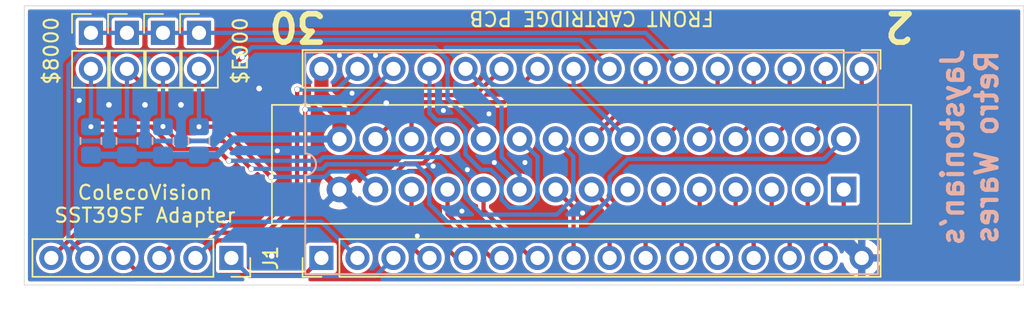
<source format=kicad_pcb>
(kicad_pcb (version 20171130) (host pcbnew "(5.1.10)-1")
  (title_block (title "Coleco SST39SF Programmer") (date 2022-11-18) (rev 1) (company "Jaystonian's Retro Wares"))
  (layers (0 F.Cu signal) (31 B.Cu signal) (34 B.Paste user) (35 F.Paste user) (36 B.SilkS user) (37 F.SilkS user) (38 B.Mask user) (39 F.Mask user) (44 Edge.Cuts user))
  (net 0 "")
  (net 1 /D3)
  (net 2 /D4)
  (net 3 /D5)
  (net 4 /A12)
  (net 5 /D6)
  (net 6 /A7)
  (net 7 /D7)
  (net 8 /A6)
  (net 9 /A5)
  (net 10 /A10)
  (net 11 /A4)
  (net 12 /A3)
  (net 13 /A11)
  (net 14 /A2)
  (net 15 /A9)
  (net 16 /A1)
  (net 17 /A8)
  (net 18 /A0)
  (net 19 /D0)
  (net 20 /D1)
  (net 21 /D2)
  (net 22 GND)
  (net 23 +5V)
  (net 24 /SA15)
  (net 25 /SA16)
  (net 26 /SA17)
  (net 27 /SA18)
  (net 28 /~POE)
  (net 29 /~RWE)
  (net 30 /A14)
  (net 31 /A13)
  (net 32 /~CE)
  (net 33 /~E80)
  (net 34 /~EA0)
  (net 35 /~EC0)
  (net 36 /~EE0)
  (module CPU2:Coleco_CartridgeConnector (layer B.Cu) (at 173.99 121.539 180)
    (fp_text reference X1 hide)
    (fp_text value ColecoVision_Card)
    (fp_line (start 40.3225 -2.413) (end 40.3225 5.969) (layer F.SilkS) (width 0.12))
    (fp_line (start -4.7625 -2.413) (end 40.3225 -2.413) (layer F.SilkS) (width 0.12))
    (fp_line (start -4.7625 5.969) (end 40.3225 5.969) (layer F.SilkS) (width 0.12))
    (fp_line (start -4.7625 -2.413) (end -4.7625 5.969) (layer F.SilkS) (width 0.12))
    (pad 29 thru_hole circle (at 35.56 0 180) (size 1.8 1.8) (drill 1) (layers *.Cu *.Mask) (net 22 GND))
    (pad 30 thru_hole circle (at 35.56 3.56 180) (size 1.8 1.8) (drill 1) (layers *.Cu *.Mask) (net 23 +5V))
    (pad 27 thru_hole circle (at 33.02 0 180) (size 1.8 1.8) (drill 1) (layers *.Cu *.Mask) (net 36 /~EE0))
    (pad 28 thru_hole circle (at 33.02 3.56 180) (size 1.8 1.8) (drill 1) (layers *.Cu *.Mask) (net 17 /A8))
    (pad 25 thru_hole circle (at 30.48 0 180) (size 1.8 1.8) (drill 1) (layers *.Cu *.Mask) (net 6 /A7))
    (pad 26 thru_hole circle (at 30.48 3.56 180) (size 1.8 1.8) (drill 1) (layers *.Cu *.Mask) (net 15 /A9))
    (pad 23 thru_hole circle (at 27.94 0 180) (size 1.8 1.8) (drill 1) (layers *.Cu *.Mask) (net 8 /A6))
    (pad 24 thru_hole circle (at 27.94 3.56 180) (size 1.8 1.8) (drill 1) (layers *.Cu *.Mask) (net 4 /A12))
    (pad 21 thru_hole circle (at 25.4 0 180) (size 1.8 1.8) (drill 1) (layers *.Cu *.Mask) (net 9 /A5))
    (pad 22 thru_hole circle (at 25.4 3.56 180) (size 1.8 1.8) (drill 1) (layers *.Cu *.Mask) (net 34 /~EA0))
    (pad 19 thru_hole circle (at 22.86 0 180) (size 1.8 1.8) (drill 1) (layers *.Cu *.Mask) (net 31 /A13))
    (pad 20 thru_hole circle (at 22.86 3.56 180) (size 1.8 1.8) (drill 1) (layers *.Cu *.Mask) (net 30 /A14))
    (pad 17 thru_hole circle (at 20.32 0 180) (size 1.8 1.8) (drill 1) (layers *.Cu *.Mask) (net 11 /A4))
    (pad 18 thru_hole circle (at 20.32 3.56 180) (size 1.8 1.8) (drill 1) (layers *.Cu *.Mask) (net 33 /~E80))
    (pad 15 thru_hole circle (at 17.78 0 180) (size 1.8 1.8) (drill 1) (layers *.Cu *.Mask) (net 12 /A3))
    (pad 16 thru_hole circle (at 17.78 3.56 180) (size 1.8 1.8) (drill 1) (layers *.Cu *.Mask) (net 10 /A10))
    (pad 13 thru_hole circle (at 15.24 0 180) (size 1.8 1.8) (drill 1) (layers *.Cu *.Mask))
    (pad 14 thru_hole circle (at 15.24 3.56 180) (size 1.8 1.8) (drill 1) (layers *.Cu *.Mask) (net 13 /A11))
    (pad 11 thru_hole circle (at 12.7 0 180) (size 1.8 1.8) (drill 1) (layers *.Cu *.Mask) (net 14 /A2))
    (pad 12 thru_hole circle (at 12.7 3.56 180) (size 1.8 1.8) (drill 1) (layers *.Cu *.Mask) (net 7 /D7))
    (pad 9 thru_hole circle (at 10.16 0 180) (size 1.8 1.8) (drill 1) (layers *.Cu *.Mask) (net 16 /A1))
    (pad 10 thru_hole circle (at 10.16 3.56 180) (size 1.8 1.8) (drill 1) (layers *.Cu *.Mask) (net 5 /D6))
    (pad 7 thru_hole circle (at 7.62 0 180) (size 1.8 1.8) (drill 1) (layers *.Cu *.Mask) (net 18 /A0))
    (pad 8 thru_hole circle (at 7.62 3.56 180) (size 1.8 1.8) (drill 1) (layers *.Cu *.Mask) (net 3 /D5))
    (pad 5 thru_hole circle (at 5.08 0 180) (size 1.8 1.8) (drill 1) (layers *.Cu *.Mask) (net 19 /D0))
    (pad 6 thru_hole circle (at 5.08 3.56 180) (size 1.8 1.8) (drill 1) (layers *.Cu *.Mask) (net 2 /D4))
    (pad 3 thru_hole circle (at 2.54 0 180) (size 1.8 1.8) (drill 1) (layers *.Cu *.Mask) (net 20 /D1))
    (pad 4 thru_hole circle (at 2.54 3.56 180) (size 1.8 1.8) (drill 1) (layers *.Cu *.Mask) (net 1 /D3))
    (pad 2 thru_hole circle (at 0 3.56 180) (size 1.8 1.8) (drill 1) (layers *.Cu *.Mask) (net 35 /~EC0))
    (pad 1 thru_hole rect (at 0 0 180) (size 1.8 1.8) (drill 1) (layers *.Cu *.Mask) (net 21 /D2))
  )
  (module Connector_PinHeader_2.54mm:PinHeader_1x16_P2.54mm_Vertical (layer F.Cu) (at 137.16 126.365 90)
    (fp_text reference J2 hide)
    (fp_text value Conn_01x16)
    (fp_line (start -1.33 39.43) (end 1.33 39.43) (layer F.SilkS) (width 0.12))
    (fp_line (start -1.33 1.27) (end -1.33 39.43) (layer F.SilkS) (width 0.12))
    (fp_line (start 1.33 1.27) (end 1.33 39.43) (layer F.SilkS) (width 0.12))
    (fp_line (start -1.33 1.27) (end 1.33 1.27) (layer F.SilkS) (width 0.12))
    (fp_line (start -1.33 0) (end -1.33 -1.33) (layer F.SilkS) (width 0.12))
    (fp_line (start -1.33 -1.33) (end 0 -1.33) (layer F.SilkS) (width 0.12))
    (pad 1 thru_hole rect (at 0 0 90) (size 1.7 1.7) (drill 1) (layers *.Cu *.Mask) (net 27 /SA18))
    (pad 2 thru_hole oval (at 0 2.54 90) (size 1.7 1.7) (drill 1) (layers *.Cu *.Mask) (net 25 /SA16))
    (pad 3 thru_hole oval (at 0 5.08 90) (size 1.7 1.7) (drill 1) (layers *.Cu *.Mask) (net 24 /SA15))
    (pad 4 thru_hole oval (at 0 7.62 90) (size 1.7 1.7) (drill 1) (layers *.Cu *.Mask) (net 4 /A12))
    (pad 5 thru_hole oval (at 0 10.16 90) (size 1.7 1.7) (drill 1) (layers *.Cu *.Mask) (net 6 /A7))
    (pad 6 thru_hole oval (at 0 12.7 90) (size 1.7 1.7) (drill 1) (layers *.Cu *.Mask) (net 8 /A6))
    (pad 7 thru_hole oval (at 0 15.24 90) (size 1.7 1.7) (drill 1) (layers *.Cu *.Mask) (net 9 /A5))
    (pad 8 thru_hole oval (at 0 17.78 90) (size 1.7 1.7) (drill 1) (layers *.Cu *.Mask) (net 11 /A4))
    (pad 9 thru_hole oval (at 0 20.32 90) (size 1.7 1.7) (drill 1) (layers *.Cu *.Mask) (net 12 /A3))
    (pad 10 thru_hole oval (at 0 22.86 90) (size 1.7 1.7) (drill 1) (layers *.Cu *.Mask) (net 14 /A2))
    (pad 11 thru_hole oval (at 0 25.4 90) (size 1.7 1.7) (drill 1) (layers *.Cu *.Mask) (net 16 /A1))
    (pad 12 thru_hole oval (at 0 27.94 90) (size 1.7 1.7) (drill 1) (layers *.Cu *.Mask) (net 18 /A0))
    (pad 13 thru_hole oval (at 0 30.48 90) (size 1.7 1.7) (drill 1) (layers *.Cu *.Mask) (net 19 /D0))
    (pad 14 thru_hole oval (at 0 33.02 90) (size 1.7 1.7) (drill 1) (layers *.Cu *.Mask) (net 20 /D1))
    (pad 15 thru_hole oval (at 0 35.56 90) (size 1.7 1.7) (drill 1) (layers *.Cu *.Mask) (net 21 /D2))
    (pad 16 thru_hole oval (at 0 38.1 90) (size 1.7 1.7) (drill 1) (layers *.Cu *.Mask) (net 22 GND))
  )
  (module Connector_PinHeader_2.54mm:PinHeader_1x16_P2.54mm_Vertical (layer F.Cu) (at 175.26 113.03 270)
    (fp_text reference J3 hide)
    (fp_text value Conn_01x16)
    (fp_line (start -1.33 -1.33) (end 0 -1.33) (layer F.SilkS) (width 0.12))
    (fp_line (start -1.33 0) (end -1.33 -1.33) (layer F.SilkS) (width 0.12))
    (fp_line (start -1.33 1.27) (end 1.33 1.27) (layer F.SilkS) (width 0.12))
    (fp_line (start 1.33 1.27) (end 1.33 39.43) (layer F.SilkS) (width 0.12))
    (fp_line (start -1.33 1.27) (end -1.33 39.43) (layer F.SilkS) (width 0.12))
    (fp_line (start -1.33 39.43) (end 1.33 39.43) (layer F.SilkS) (width 0.12))
    (pad 16 thru_hole oval (at 0 38.1 270) (size 1.7 1.7) (drill 1) (layers *.Cu *.Mask) (net 23 +5V))
    (pad 15 thru_hole oval (at 0 35.56 270) (size 1.7 1.7) (drill 1) (layers *.Cu *.Mask) (net 29 /~RWE))
    (pad 14 thru_hole oval (at 0 33.02 270) (size 1.7 1.7) (drill 1) (layers *.Cu *.Mask) (net 26 /SA17))
    (pad 13 thru_hole oval (at 0 30.48 270) (size 1.7 1.7) (drill 1) (layers *.Cu *.Mask) (net 30 /A14))
    (pad 12 thru_hole oval (at 0 27.94 270) (size 1.7 1.7) (drill 1) (layers *.Cu *.Mask) (net 31 /A13))
    (pad 11 thru_hole oval (at 0 25.4 270) (size 1.7 1.7) (drill 1) (layers *.Cu *.Mask) (net 17 /A8))
    (pad 10 thru_hole oval (at 0 22.86 270) (size 1.7 1.7) (drill 1) (layers *.Cu *.Mask) (net 15 /A9))
    (pad 9 thru_hole oval (at 0 20.32 270) (size 1.7 1.7) (drill 1) (layers *.Cu *.Mask) (net 13 /A11))
    (pad 8 thru_hole oval (at 0 17.78 270) (size 1.7 1.7) (drill 1) (layers *.Cu *.Mask) (net 28 /~POE))
    (pad 7 thru_hole oval (at 0 15.24 270) (size 1.7 1.7) (drill 1) (layers *.Cu *.Mask) (net 10 /A10))
    (pad 6 thru_hole oval (at 0 12.7 270) (size 1.7 1.7) (drill 1) (layers *.Cu *.Mask) (net 32 /~CE))
    (pad 5 thru_hole oval (at 0 10.16 270) (size 1.7 1.7) (drill 1) (layers *.Cu *.Mask) (net 7 /D7))
    (pad 4 thru_hole oval (at 0 7.62 270) (size 1.7 1.7) (drill 1) (layers *.Cu *.Mask) (net 5 /D6))
    (pad 3 thru_hole oval (at 0 5.08 270) (size 1.7 1.7) (drill 1) (layers *.Cu *.Mask) (net 3 /D5))
    (pad 2 thru_hole oval (at 0 2.54 270) (size 1.7 1.7) (drill 1) (layers *.Cu *.Mask) (net 2 /D4))
    (pad 1 thru_hole circle (at 0 0 270) (size 1.7 1.7) (drill 1) (layers *.Cu *.Mask) (net 1 /D3))
  )
  (module Connector_PinSocket_2.54mm:PinSocket_1x06_P2.54mm_Vertical (layer F.Cu) (at 130.81 126.365 270)
    (fp_text reference J1 (at 0 -2.77 90) (layer F.SilkS))
    (fp_text value ProgHeader)
    (fp_line (start 0 -1.33) (end 1.33 -1.33) (layer F.SilkS) (width 0.12))
    (fp_line (start 1.33 -1.33) (end 1.33 0) (layer F.SilkS) (width 0.12))
    (fp_line (start 1.33 1.27) (end 1.33 14.03) (layer F.SilkS) (width 0.12))
    (fp_line (start -1.33 14.03) (end 1.33 14.03) (layer F.SilkS) (width 0.12))
    (fp_line (start -1.33 1.27) (end -1.33 14.03) (layer F.SilkS) (width 0.12))
    (fp_line (start -1.33 1.27) (end 1.33 1.27) (layer F.SilkS) (width 0.12))
    (pad 1 thru_hole rect (at 0 0 270) (size 1.7 1.7) (drill 1) (layers *.Cu *.Mask) (net 24 /SA15))
    (pad 2 thru_hole oval (at 0 2.54 270) (size 1.7 1.7) (drill 1) (layers *.Cu *.Mask) (net 25 /SA16))
    (pad 3 thru_hole oval (at 0 5.08 270) (size 1.7 1.7) (drill 1) (layers *.Cu *.Mask) (net 26 /SA17))
    (pad 4 thru_hole oval (at 0 7.62 270) (size 1.7 1.7) (drill 1) (layers *.Cu *.Mask) (net 27 /SA18))
    (pad 5 thru_hole oval (at 0 10.16 270) (size 1.7 1.7) (drill 1) (layers *.Cu *.Mask) (net 28 /~POE))
    (pad 6 thru_hole oval (at 0 12.7 270) (size 1.7 1.7) (drill 1) (layers *.Cu *.Mask) (net 29 /~RWE))
  )
  (module Connector_PinHeader_2.54mm:PinHeader_1x02_P2.54mm_Vertical (layer F.Cu) (at 120.904 110.49)
    (fp_text reference J4 hide)
    (fp_text value 8000)
    (fp_line (start -1.33 -1.33) (end 0 -1.33) (layer F.SilkS) (width 0.12))
    (fp_line (start -1.33 0) (end -1.33 -1.33) (layer F.SilkS) (width 0.12))
    (fp_line (start -1.33 1.27) (end 1.33 1.27) (layer F.SilkS) (width 0.12))
    (fp_line (start 1.33 1.27) (end 1.33 3.87) (layer F.SilkS) (width 0.12))
    (fp_line (start -1.33 1.27) (end -1.33 3.87) (layer F.SilkS) (width 0.12))
    (fp_line (start -1.33 3.87) (end 1.33 3.87) (layer F.SilkS) (width 0.12))
    (pad 1 thru_hole rect (at 0 0) (size 1.7 1.7) (drill 1) (layers *.Cu *.Mask) (net 32 /~CE))
    (pad 2 thru_hole oval (at 0 2.54) (size 1.7 1.7) (drill 1) (layers *.Cu *.Mask) (net 33 /~E80))
  )
  (module Connector_PinHeader_2.54mm:PinHeader_1x02_P2.54mm_Vertical (layer F.Cu) (at 123.444 110.49)
    (fp_text reference J5 hide)
    (fp_text value A000)
    (fp_line (start -1.33 3.87) (end 1.33 3.87) (layer F.SilkS) (width 0.12))
    (fp_line (start -1.33 1.27) (end -1.33 3.87) (layer F.SilkS) (width 0.12))
    (fp_line (start 1.33 1.27) (end 1.33 3.87) (layer F.SilkS) (width 0.12))
    (fp_line (start -1.33 1.27) (end 1.33 1.27) (layer F.SilkS) (width 0.12))
    (fp_line (start -1.33 0) (end -1.33 -1.33) (layer F.SilkS) (width 0.12))
    (fp_line (start -1.33 -1.33) (end 0 -1.33) (layer F.SilkS) (width 0.12))
    (pad 2 thru_hole oval (at 0 2.54) (size 1.7 1.7) (drill 1) (layers *.Cu *.Mask) (net 34 /~EA0))
    (pad 1 thru_hole rect (at 0 0) (size 1.7 1.7) (drill 1) (layers *.Cu *.Mask) (net 32 /~CE))
  )
  (module Connector_PinHeader_2.54mm:PinHeader_1x02_P2.54mm_Vertical (layer F.Cu) (at 125.984 110.49)
    (fp_text reference J6 hide)
    (fp_text value C000)
    (fp_line (start -1.33 -1.33) (end 0 -1.33) (layer F.SilkS) (width 0.12))
    (fp_line (start -1.33 0) (end -1.33 -1.33) (layer F.SilkS) (width 0.12))
    (fp_line (start -1.33 1.27) (end 1.33 1.27) (layer F.SilkS) (width 0.12))
    (fp_line (start 1.33 1.27) (end 1.33 3.87) (layer F.SilkS) (width 0.12))
    (fp_line (start -1.33 1.27) (end -1.33 3.87) (layer F.SilkS) (width 0.12))
    (fp_line (start -1.33 3.87) (end 1.33 3.87) (layer F.SilkS) (width 0.12))
    (pad 1 thru_hole rect (at 0 0) (size 1.7 1.7) (drill 1) (layers *.Cu *.Mask) (net 32 /~CE))
    (pad 2 thru_hole oval (at 0 2.54) (size 1.7 1.7) (drill 1) (layers *.Cu *.Mask) (net 35 /~EC0))
  )
  (module Connector_PinHeader_2.54mm:PinHeader_1x02_P2.54mm_Vertical (layer F.Cu) (at 128.524 110.49)
    (fp_text reference J7 hide)
    (fp_text value E000)
    (fp_line (start -1.33 3.87) (end 1.33 3.87) (layer F.SilkS) (width 0.12))
    (fp_line (start -1.33 1.27) (end -1.33 3.87) (layer F.SilkS) (width 0.12))
    (fp_line (start 1.33 1.27) (end 1.33 3.87) (layer F.SilkS) (width 0.12))
    (fp_line (start -1.33 1.27) (end 1.33 1.27) (layer F.SilkS) (width 0.12))
    (fp_line (start -1.33 0) (end -1.33 -1.33) (layer F.SilkS) (width 0.12))
    (fp_line (start -1.33 -1.33) (end 0 -1.33) (layer F.SilkS) (width 0.12))
    (pad 2 thru_hole oval (at 0 2.54) (size 1.7 1.7) (drill 1) (layers *.Cu *.Mask) (net 36 /~EE0))
    (pad 1 thru_hole rect (at 0 0) (size 1.7 1.7) (drill 1) (layers *.Cu *.Mask) (net 32 /~CE))
  )
  (module Resistor_SMD:R_0805_2012Metric_Pad1.20x1.40mm_HandSolder (layer B.Cu) (at 120.904 118.11 90)
    (fp_text reference R1 hide)
    (fp_text value 10k)
    (fp_line (start -0.227064 -0.735) (end 0.227064 -0.735) (layer B.SilkS) (width 0.12))
    (fp_line (start -0.227064 0.735) (end 0.227064 0.735) (layer B.SilkS) (width 0.12))
    (pad 1 smd roundrect (at -1 0 90) (size 1.2 1.4) (layers B.Cu B.Paste B.Mask) (roundrect_rratio 0.208333) (net 23 +5V))
    (pad 2 smd roundrect (at 1 0 90) (size 1.2 1.4) (layers B.Cu B.Paste B.Mask) (roundrect_rratio 0.208333) (net 33 /~E80))
  )
  (module Resistor_SMD:R_0805_2012Metric_Pad1.20x1.40mm_HandSolder (layer B.Cu) (at 123.444 118.11 90)
    (fp_text reference R2 hide)
    (fp_text value 10k)
    (fp_line (start -0.227064 0.735) (end 0.227064 0.735) (layer B.SilkS) (width 0.12))
    (fp_line (start -0.227064 -0.735) (end 0.227064 -0.735) (layer B.SilkS) (width 0.12))
    (pad 2 smd roundrect (at 1 0 90) (size 1.2 1.4) (layers B.Cu B.Paste B.Mask) (roundrect_rratio 0.208333) (net 34 /~EA0))
    (pad 1 smd roundrect (at -1 0 90) (size 1.2 1.4) (layers B.Cu B.Paste B.Mask) (roundrect_rratio 0.208333) (net 23 +5V))
  )
  (module Resistor_SMD:R_0805_2012Metric_Pad1.20x1.40mm_HandSolder (layer B.Cu) (at 125.984 118.11 90)
    (fp_text reference R3 hide)
    (fp_text value 10k)
    (fp_line (start -0.227064 -0.735) (end 0.227064 -0.735) (layer B.SilkS) (width 0.12))
    (fp_line (start -0.227064 0.735) (end 0.227064 0.735) (layer B.SilkS) (width 0.12))
    (pad 1 smd roundrect (at -1 0 90) (size 1.2 1.4) (layers B.Cu B.Paste B.Mask) (roundrect_rratio 0.208333) (net 23 +5V))
    (pad 2 smd roundrect (at 1 0 90) (size 1.2 1.4) (layers B.Cu B.Paste B.Mask) (roundrect_rratio 0.208333) (net 35 /~EC0))
  )
  (module Resistor_SMD:R_0805_2012Metric_Pad1.20x1.40mm_HandSolder (layer B.Cu) (at 128.524 118.11 90)
    (fp_text reference R4 hide)
    (fp_text value 10k)
    (fp_line (start -0.227064 0.735) (end 0.227064 0.735) (layer B.SilkS) (width 0.12))
    (fp_line (start -0.227064 -0.735) (end 0.227064 -0.735) (layer B.SilkS) (width 0.12))
    (pad 2 smd roundrect (at 1 0 90) (size 1.2 1.4) (layers B.Cu B.Paste B.Mask) (roundrect_rratio 0.208333) (net 36 /~EE0))
    (pad 1 smd roundrect (at -1 0 90) (size 1.2 1.4) (layers B.Cu B.Paste B.Mask) (roundrect_rratio 0.208333) (net 23 +5V))
  )
  (gr_line (start 176.403 111.887) (end 176.403 127.508) (layer B.SilkS) (width 0.12))
  (gr_line (start 136.017 111.887) (end 176.403 111.887) (layer B.SilkS) (width 0.12))
  (gr_line (start 136.017 127.508) (end 176.403 127.508) (layer B.SilkS) (width 0.12))
  (gr_line (start 136.017 120.523) (end 136.017 127.508) (layer B.SilkS) (width 0.12))
  (gr_line (start 136.017 118.999) (end 136.017 111.887) (layer B.SilkS) (width 0.12))
  (gr_arc (start 136.017 119.761) (end 136.017 118.999) (angle 180) (layer B.SilkS) (width 0.12))
  (gr_text $E000 (at 131.445 111.76 90) (layer F.SilkS) (effects (font (size 1 1))))
  (gr_text $8000 (at 118.11 111.76 90) (layer F.SilkS) (effects (font (size 1 1))))
  (gr_text "ColecoVision\nSST39SF Adapter" (at 124.714 122.555) (layer F.SilkS) (effects (font (size 1 1))))
  (gr_text "Jaystonian's\nRetro Wares" (at 182.88 118.5545 90) (layer B.SilkS) (effects (font (size 1.5 1.5) (thickness 0.3)) (justify mirror)))
  (gr_text "FRONT CARTRIDGE PCB" (at 156.21 109.474 180) (layer F.SilkS) (effects (font (size 1 1))))
  (gr_text "2                          30" (at 156.21 110.0455 180) (layer F.SilkS) (effects (font (size 2 2) (thickness 0.4))))
  (gr_line (start 186.69 108.585) (end 186.69 111.125) (layer Edge.Cuts) (width 0.05))
  (gr_line (start 185.6105 108.585) (end 186.69 108.585) (layer Edge.Cuts) (width 0.05))
  (gr_line (start 116.205 108.585) (end 185.6105 108.585) (layer Edge.Cuts) (width 0.05))
  (gr_line (start 116.205 128.27) (end 116.205 108.585) (layer Edge.Cuts) (width 0.05))
  (gr_line (start 186.69 128.27) (end 186.69 111.125) (layer Edge.Cuts) (width 0.05))
  (gr_line (start 186.055 128.27) (end 186.69 128.27) (layer Edge.Cuts) (width 0.05))
  (gr_line (start 177.165 128.27) (end 186.055 128.27) (layer Edge.Cuts) (width 0.05))
  (gr_line (start 116.205 128.27) (end 177.165 128.27) (layer Edge.Cuts) (width 0.05))
  (gr_line (start 176.403 111.887) (end 176.403 127.508) (layer F.SilkS) (width 0.12))
  (gr_line (start 136.017 111.887) (end 176.403 111.887) (layer F.SilkS) (width 0.12))
  (gr_line (start 136.017 118.999) (end 136.017 111.887) (layer F.SilkS) (width 0.12))
  (gr_line (start 136.017 127.508) (end 176.403 127.508) (layer F.SilkS) (width 0.12))
  (gr_line (start 136.017 120.523) (end 136.017 127.508) (layer F.SilkS) (width 0.12))
  (gr_arc (start 136.017 119.761) (end 136.017 120.523) (angle -180) (layer F.SilkS) (width 0.12))
  (segment (start 175.26 114.169) (end 175.26 113.03) (width 0.3) (layer F.Cu) (net 1))
  (segment (start 171.45 117.979) (end 175.26 114.169) (width 0.3) (layer F.Cu) (net 1))
  (segment (start 168.91 117.979) (end 172.589 114.3) (width 0.3) (layer F.Cu) (net 2))
  (segment (start 172.589 113.161) (end 172.72 113.03) (width 0.3) (layer F.Cu) (net 2))
  (segment (start 172.589 114.3) (end 172.589 113.161) (width 0.3) (layer F.Cu) (net 2))
  (segment (start 170.18 114.169) (end 170.18 113.03) (width 0.3) (layer F.Cu) (net 3))
  (segment (start 166.37 117.979) (end 170.18 114.169) (width 0.3) (layer F.Cu) (net 3))
  (segment (start 144.3315 119.6975) (end 146.05 117.979) (width 0.3) (layer F.Cu) (net 4))
  (segment (start 143.0655 119.6975) (end 144.3315 119.6975) (width 0.3) (layer F.Cu) (net 4))
  (segment (start 142.24 124.2695) (end 142.24 120.523) (width 0.3) (layer F.Cu) (net 4))
  (segment (start 142.24 120.523) (end 143.0655 119.6975) (width 0.3) (layer F.Cu) (net 4))
  (segment (start 144.3355 126.365) (end 142.24 124.2695) (width 0.3) (layer F.Cu) (net 4))
  (segment (start 144.78 126.365) (end 144.3355 126.365) (width 0.3) (layer F.Cu) (net 4))
  (segment (start 167.64 114.169) (end 167.64 113.03) (width 0.3) (layer F.Cu) (net 5))
  (segment (start 163.83 117.979) (end 167.64 114.169) (width 0.3) (layer F.Cu) (net 5))
  (segment (start 143.51 123.19) (end 143.51 121.539) (width 0.3) (layer F.Cu) (net 6))
  (segment (start 146.685 126.365) (end 143.51 123.19) (width 0.3) (layer F.Cu) (net 6))
  (segment (start 147.32 126.365) (end 146.685 126.365) (width 0.3) (layer F.Cu) (net 6))
  (segment (start 165.1 114.169) (end 165.1 113.03) (width 0.3) (layer F.Cu) (net 7))
  (segment (start 161.29 117.979) (end 165.1 114.169) (width 0.3) (layer F.Cu) (net 7))
  (segment (start 146.05 123.2535) (end 146.05 121.539) (width 0.3) (layer F.Cu) (net 8))
  (segment (start 149.1615 126.365) (end 146.05 123.2535) (width 0.3) (layer F.Cu) (net 8))
  (segment (start 149.86 126.365) (end 149.1615 126.365) (width 0.3) (layer F.Cu) (net 8))
  (segment (start 148.59 122.9995) (end 148.59 121.539) (width 0.3) (layer F.Cu) (net 9))
  (segment (start 151.9555 126.365) (end 148.59 122.9995) (width 0.3) (layer F.Cu) (net 9))
  (segment (start 152.4 126.365) (end 151.9555 126.365) (width 0.3) (layer F.Cu) (net 9))
  (segment (start 160.02 114.169) (end 160.02 113.03) (width 0.3) (layer F.Cu) (net 10))
  (segment (start 156.21 117.979) (end 160.02 114.169) (width 0.3) (layer F.Cu) (net 10))
  (segment (start 154.94 122.809) (end 153.67 121.539) (width 0.3) (layer F.Cu) (net 11))
  (segment (start 154.94 126.365) (end 154.94 122.809) (width 0.3) (layer F.Cu) (net 11))
  (segment (start 157.48 122.809) (end 156.21 121.539) (width 0.3) (layer F.Cu) (net 12))
  (segment (start 157.48 126.365) (end 157.48 122.809) (width 0.3) (layer F.Cu) (net 12))
  (segment (start 154.94 114.169) (end 154.94 113.03) (width 0.3) (layer B.Cu) (net 13))
  (segment (start 158.75 117.979) (end 154.94 114.169) (width 0.3) (layer B.Cu) (net 13))
  (segment (start 160.02 126.365) (end 160.02 124.46) (width 0.3) (layer F.Cu) (net 14))
  (segment (start 161.29 123.19) (end 161.29 121.539) (width 0.3) (layer F.Cu) (net 14))
  (segment (start 160.02 124.46) (end 161.29 123.19) (width 0.3) (layer F.Cu) (net 14))
  (segment (start 150.0505 115.3795) (end 152.4 113.03) (width 0.3) (layer F.Cu) (net 15))
  (segment (start 143.51 117.979) (end 143.51 116.205) (width 0.3) (layer F.Cu) (net 15))
  (segment (start 143.51 116.205) (end 144.3355 115.3795) (width 0.3) (layer F.Cu) (net 15))
  (segment (start 144.3355 115.3795) (end 150.0505 115.3795) (width 0.3) (layer F.Cu) (net 15))
  (segment (start 162.56 126.365) (end 162.56 124.46) (width 0.3) (layer F.Cu) (net 16))
  (segment (start 163.83 123.19) (end 163.83 121.539) (width 0.3) (layer F.Cu) (net 16))
  (segment (start 162.56 124.46) (end 163.83 123.19) (width 0.3) (layer F.Cu) (net 16))
  (segment (start 148.010511 114.879489) (end 149.86 113.03) (width 0.3) (layer F.Cu) (net 17))
  (segment (start 140.97 117.979) (end 144.069511 114.879489) (width 0.3) (layer F.Cu) (net 17))
  (segment (start 144.069511 114.879489) (end 148.010511 114.879489) (width 0.3) (layer F.Cu) (net 17))
  (segment (start 165.1 126.365) (end 165.1 124.46) (width 0.3) (layer F.Cu) (net 18))
  (segment (start 166.37 123.19) (end 166.37 121.539) (width 0.3) (layer F.Cu) (net 18))
  (segment (start 165.1 124.46) (end 166.37 123.19) (width 0.3) (layer F.Cu) (net 18))
  (segment (start 167.64 126.365) (end 167.64 124.46) (width 0.3) (layer F.Cu) (net 19))
  (segment (start 168.91 123.19) (end 168.91 121.539) (width 0.3) (layer F.Cu) (net 19))
  (segment (start 167.64 124.46) (end 168.91 123.19) (width 0.3) (layer F.Cu) (net 19))
  (segment (start 170.18 126.365) (end 170.18 124.46) (width 0.3) (layer F.Cu) (net 20))
  (segment (start 171.45 123.19) (end 171.45 121.539) (width 0.3) (layer F.Cu) (net 20))
  (segment (start 170.18 124.46) (end 171.45 123.19) (width 0.3) (layer F.Cu) (net 20))
  (segment (start 172.72 126.365) (end 172.72 124.46) (width 0.3) (layer F.Cu) (net 21))
  (segment (start 173.99 123.19) (end 173.99 121.539) (width 0.3) (layer F.Cu) (net 21))
  (segment (start 172.72 124.46) (end 173.99 123.19) (width 0.3) (layer F.Cu) (net 21))
  (segment (start 175.26 126.365) (end 173.709999 124.814999) (width 1) (layer B.Cu) (net 22))
  (segment (start 141.705999 124.814999) (end 138.43 121.539) (width 1) (layer B.Cu) (net 22))
  (segment (start 173.709999 124.814999) (end 143.917001 124.814999) (width 1) (layer B.Cu) (net 22))
  (via (at 133.6548 126.2253) (size 0.8) (drill 0.4) (layers F.Cu B.Cu) (net 22))
  (via (at 132.7658 114.4143) (size 0.8) (drill 0.4) (layers F.Cu B.Cu) (net 22))
  (via (at 127.254 115.57) (size 0.8) (drill 0.4) (layers F.Cu B.Cu) (net 22))
  (via (at 124.714 115.57) (size 0.8) (drill 0.4) (layers F.Cu B.Cu) (net 22))
  (via (at 122.174 115.57) (size 0.8) (drill 0.4) (layers F.Cu B.Cu) (net 22))
  (via (at 141.732 115.443) (size 0.8) (drill 0.4) (layers F.Cu B.Cu) (net 22))
  (via (at 148.971 116.205) (size 0.4) (drill 0.35) (layers F.Cu B.Cu) (net 22))
  (via (at 151.511 119.634) (size 0.4) (drill 0.35) (layers F.Cu B.Cu) (net 22))
  (via (at 147.447 120.142) (size 0.4) (drill 0.35) (layers F.Cu B.Cu) (net 22))
  (via (at 149.352 119.634) (size 0.4) (drill 0.35) (layers F.Cu B.Cu) (net 22))
  (via (at 145.034 119.888) (size 0.4) (drill 0.35) (layers F.Cu B.Cu) (net 22))
  (via (at 134.0485 118.8085) (size 0.4) (drill 0.35) (layers F.Cu B.Cu) (net 22))
  (segment (start 143.917001 124.814999) (end 141.705999 124.814999) (width 1) (layer B.Cu) (net 22))
  (via (at 143.917001 124.814999) (size 0.4) (drill 0.35) (layers F.Cu B.Cu) (net 22))
  (via (at 147.066 123.063) (size 0.4) (drill 0.35) (layers F.Cu B.Cu) (net 22))
  (via (at 155.575 123.19) (size 0.4) (drill 0.35) (layers F.Cu B.Cu) (net 22))
  (via (at 139.319 114.7445) (size 0.4) (drill 0.35) (layers F.Cu B.Cu) (net 22))
  (via (at 138.43 112.0775) (size 0.4) (drill 0.35) (layers F.Cu B.Cu) (net 22))
  (via (at 140.97 112.0775) (size 0.4) (drill 0.35) (layers F.Cu B.Cu) (net 22))
  (via (at 120.0785 115.2525) (size 0.4) (drill 0.35) (layers F.Cu B.Cu) (net 22))
  (via (at 145.7579 115.9637) (size 0.4) (drill 0.35) (layers F.Cu B.Cu) (net 22))
  (segment (start 138.43 117.979) (end 138.43 116.205) (width 1) (layer F.Cu) (net 23))
  (segment (start 137.16 114.935) (end 137.16 113.03) (width 1) (layer F.Cu) (net 23))
  (segment (start 138.43 116.205) (end 137.16 114.935) (width 1) (layer F.Cu) (net 23))
  (segment (start 120.904 119.11) (end 128.524 119.11) (width 0.5) (layer B.Cu) (net 23))
  (segment (start 129.81 119.11) (end 130.941 117.979) (width 0.5) (layer B.Cu) (net 23))
  (segment (start 130.941 117.979) (end 138.43 117.979) (width 0.5) (layer B.Cu) (net 23))
  (segment (start 128.524 119.11) (end 129.81 119.11) (width 0.5) (layer B.Cu) (net 23))
  (segment (start 130.81 126.365) (end 132.08 127.635) (width 0.3) (layer B.Cu) (net 24))
  (segment (start 140.97 127.635) (end 142.24 126.365) (width 0.3) (layer B.Cu) (net 24))
  (segment (start 132.08 127.635) (end 140.97 127.635) (width 0.3) (layer B.Cu) (net 24))
  (segment (start 137.1473 123.8123) (end 139.7 126.365) (width 0.3) (layer B.Cu) (net 25))
  (segment (start 130.8227 123.8123) (end 137.1473 123.8123) (width 0.3) (layer B.Cu) (net 25))
  (segment (start 128.27 126.365) (end 130.8227 123.8123) (width 0.3) (layer B.Cu) (net 25))
  (segment (start 125.73 126.365) (end 127.508 124.587) (width 0.3) (layer F.Cu) (net 26))
  (segment (start 127.508 124.587) (end 133.2865 124.587) (width 0.3) (layer F.Cu) (net 26))
  (segment (start 133.2865 124.587) (end 136.017 121.8565) (width 0.3) (layer F.Cu) (net 26))
  (segment (start 136.017 121.8565) (end 136.017 115.8875) (width 0.3) (layer F.Cu) (net 26))
  (segment (start 140.2715 114.9985) (end 142.24 113.03) (width 0.3) (layer B.Cu) (net 26))
  (segment (start 139.3825 115.8875) (end 140.2715 114.9985) (width 0.3) (layer B.Cu) (net 26))
  (segment (start 136.4615 115.8875) (end 139.3825 115.8875) (width 0.3) (layer B.Cu) (net 26))
  (segment (start 136.4615 115.8875) (end 136.017 115.8875) (width 0.3) (layer B.Cu) (net 26))
  (via (at 136.017 115.8875) (size 0.4) (drill 0.35) (layers F.Cu B.Cu) (net 26))
  (segment (start 135.959999 127.565001) (end 137.16 126.365) (width 0.3) (layer F.Cu) (net 27))
  (segment (start 124.390001 127.565001) (end 135.959999 127.565001) (width 0.3) (layer F.Cu) (net 27))
  (segment (start 123.19 126.365) (end 124.390001 127.565001) (width 0.3) (layer F.Cu) (net 27))
  (segment (start 119.3165 125.0315) (end 120.65 126.365) (width 0.3) (layer B.Cu) (net 28))
  (segment (start 119.3165 112.776) (end 119.3165 125.0315) (width 0.3) (layer B.Cu) (net 28))
  (segment (start 120.3325 111.76) (end 119.3165 112.776) (width 0.3) (layer B.Cu) (net 28))
  (segment (start 130.048 111.76) (end 120.3325 111.76) (width 0.3) (layer B.Cu) (net 28))
  (segment (start 130.81 110.998) (end 130.048 111.76) (width 0.3) (layer B.Cu) (net 28))
  (segment (start 155.448 110.998) (end 130.81 110.998) (width 0.3) (layer B.Cu) (net 28))
  (segment (start 157.48 113.03) (end 155.448 110.998) (width 0.3) (layer B.Cu) (net 28))
  (segment (start 118.11 126.365) (end 120.396 124.079) (width 0.3) (layer F.Cu) (net 29))
  (segment (start 120.396 124.079) (end 133.0325 124.079) (width 0.3) (layer F.Cu) (net 29))
  (segment (start 133.0325 124.079) (end 134.239 122.8725) (width 0.3) (layer F.Cu) (net 29))
  (segment (start 134.239 122.8725) (end 135.4455 121.666) (width 0.3) (layer F.Cu) (net 29))
  (segment (start 135.4455 121.666) (end 135.4455 114.4905) (width 0.3) (layer F.Cu) (net 29))
  (segment (start 135.4455 114.4905) (end 135.4455 114.4905) (width 0.3) (layer F.Cu) (net 29))
  (via (at 135.4455 114.4905) (size 0.4) (drill 0.35) (layers F.Cu B.Cu) (net 29))
  (segment (start 138.2395 114.4905) (end 139.7 113.03) (width 0.3) (layer B.Cu) (net 29))
  (segment (start 135.4455 114.4905) (end 138.2395 114.4905) (width 0.3) (layer B.Cu) (net 29))
  (segment (start 144.78 114.7445) (end 144.78 113.03) (width 0.3) (layer B.Cu) (net 30))
  (segment (start 144.78 116.1415) (end 144.78 114.7445) (width 0.3) (layer B.Cu) (net 30))
  (segment (start 151.13 117.979) (end 152.4 119.249) (width 0.3) (layer B.Cu) (net 30))
  (segment (start 152.4 119.249) (end 152.4 122.2375) (width 0.3) (layer B.Cu) (net 30))
  (segment (start 147.32 117.2845) (end 146.685 116.6495) (width 0.3) (layer B.Cu) (net 30))
  (segment (start 149.098 120.142) (end 148.3995 120.142) (width 0.3) (layer B.Cu) (net 30))
  (segment (start 151.8285 122.809) (end 150.4315 122.809) (width 0.3) (layer B.Cu) (net 30))
  (segment (start 148.3995 120.142) (end 147.32 119.0625) (width 0.3) (layer B.Cu) (net 30))
  (segment (start 150.4315 122.809) (end 149.86 122.2375) (width 0.3) (layer B.Cu) (net 30))
  (segment (start 149.86 122.2375) (end 149.86 120.904) (width 0.3) (layer B.Cu) (net 30))
  (segment (start 149.86 120.904) (end 149.098 120.142) (width 0.3) (layer B.Cu) (net 30))
  (segment (start 147.32 119.0625) (end 147.32 117.2845) (width 0.3) (layer B.Cu) (net 30))
  (segment (start 146.685 116.6495) (end 145.288 116.6495) (width 0.3) (layer B.Cu) (net 30))
  (segment (start 152.4 122.2375) (end 151.8285 122.809) (width 0.3) (layer B.Cu) (net 30))
  (segment (start 145.288 116.6495) (end 144.78 116.1415) (width 0.3) (layer B.Cu) (net 30))
  (segment (start 151.13 121.539) (end 151.13 120.523) (width 0.3) (layer B.Cu) (net 31))
  (segment (start 151.13 120.523) (end 149.86 119.253) (width 0.3) (layer B.Cu) (net 31))
  (segment (start 149.86 115.57) (end 147.32 113.03) (width 0.3) (layer B.Cu) (net 31))
  (segment (start 149.86 119.253) (end 149.86 115.57) (width 0.3) (layer B.Cu) (net 31))
  (segment (start 120.904 110.49) (end 128.524 110.49) (width 0.3) (layer B.Cu) (net 32))
  (segment (start 160.02 110.49) (end 162.56 113.03) (width 0.3) (layer B.Cu) (net 32))
  (segment (start 160.02 110.49) (end 137.795 110.49) (width 0.3) (layer B.Cu) (net 32))
  (segment (start 137.795 110.49) (end 128.524 110.49) (width 0.3) (layer B.Cu) (net 32))
  (segment (start 120.904 113.03) (end 120.904 117.11) (width 0.3) (layer B.Cu) (net 33))
  (segment (start 120.904 117.11) (end 120.904 117.11) (width 0.3) (layer B.Cu) (net 33))
  (via (at 120.904 117.11) (size 0.4) (drill 0.35) (layers F.Cu B.Cu) (net 33))
  (segment (start 129.794 118.6815) (end 130.6195 119.507) (width 0.3) (layer F.Cu) (net 33))
  (segment (start 125.185998 117.11) (end 126.757498 118.6815) (width 0.3) (layer F.Cu) (net 33))
  (segment (start 126.757498 118.6815) (end 129.794 118.6815) (width 0.3) (layer F.Cu) (net 33))
  (segment (start 120.904 117.11) (end 125.185998 117.11) (width 0.3) (layer F.Cu) (net 33))
  (segment (start 137.78701 119.26099) (end 137.27901 119.26099) (width 0.3) (layer B.Cu) (net 33))
  (segment (start 137.795 119.253) (end 137.78701 119.26099) (width 0.3) (layer B.Cu) (net 33))
  (segment (start 145.614002 119.253) (end 137.795 119.253) (width 0.3) (layer B.Cu) (net 33))
  (segment (start 147.32 120.958998) (end 145.614002 119.253) (width 0.3) (layer B.Cu) (net 33))
  (segment (start 147.32 122.119002) (end 147.32 120.958998) (width 0.3) (layer B.Cu) (net 33))
  (segment (start 153.749992 123.30901) (end 148.510008 123.30901) (width 0.3) (layer B.Cu) (net 33))
  (segment (start 137.27901 119.26099) (end 137.033 119.507) (width 0.3) (layer B.Cu) (net 33))
  (segment (start 154.920001 122.139001) (end 153.749992 123.30901) (width 0.3) (layer B.Cu) (net 33))
  (segment (start 137.033 119.507) (end 131.1275 119.507) (width 0.3) (layer B.Cu) (net 33))
  (segment (start 154.920001 119.229001) (end 154.920001 122.139001) (width 0.3) (layer B.Cu) (net 33))
  (segment (start 148.510008 123.30901) (end 147.32 122.119002) (width 0.3) (layer B.Cu) (net 33))
  (segment (start 153.67 117.979) (end 154.920001 119.229001) (width 0.3) (layer B.Cu) (net 33))
  (segment (start 131.1275 119.507) (end 130.6195 119.507) (width 0.3) (layer B.Cu) (net 33))
  (via (at 130.6195 119.507) (size 0.4) (drill 0.35) (layers F.Cu B.Cu) (net 33))
  (segment (start 123.444 113.03) (end 123.444 117.11) (width 0.3) (layer B.Cu) (net 34))
  (segment (start 124.644001 114.230001) (end 129.546499 114.230001) (width 0.3) (layer F.Cu) (net 34))
  (segment (start 123.444 113.03) (end 124.644001 114.230001) (width 0.3) (layer F.Cu) (net 34))
  (segment (start 129.546499 114.230001) (end 131.572 112.2045) (width 0.3) (layer F.Cu) (net 34))
  (segment (start 131.572 112.2045) (end 131.572 112.2045) (width 0.3) (layer F.Cu) (net 34))
  (via (at 131.572 112.2045) (size 0.4) (drill 0.35) (layers F.Cu B.Cu) (net 34))
  (segment (start 132.2705 111.506) (end 131.572 112.2045) (width 0.3) (layer B.Cu) (net 34))
  (segment (start 145.161 111.506) (end 132.2705 111.506) (width 0.3) (layer B.Cu) (net 34))
  (segment (start 146.05 112.395) (end 145.161 111.506) (width 0.3) (layer B.Cu) (net 34))
  (segment (start 146.05 115.1255) (end 146.05 112.395) (width 0.3) (layer B.Cu) (net 34))
  (segment (start 148.59 117.6655) (end 146.05 115.1255) (width 0.3) (layer B.Cu) (net 34))
  (segment (start 148.59 117.979) (end 148.59 117.6655) (width 0.3) (layer B.Cu) (net 34))
  (segment (start 125.984 113.03) (end 125.984 117.094) (width 0.3) (layer B.Cu) (net 35))
  (segment (start 125.984 117.094) (end 125.984 117.11) (width 0.3) (layer B.Cu) (net 35))
  (via (at 125.984 117.094) (size 0.4) (drill 0.35) (layers F.Cu B.Cu) (net 35))
  (segment (start 125.984 117.094) (end 127 118.11) (width 0.3) (layer F.Cu) (net 35))
  (segment (start 127 118.11) (end 130.2385 118.11) (width 0.3) (layer F.Cu) (net 35))
  (segment (start 130.2385 118.11) (end 131.3815 119.253) (width 0.3) (layer F.Cu) (net 35))
  (segment (start 131.3815 119.253) (end 131.8895 119.761) (width 0.3) (layer F.Cu) (net 35))
  (segment (start 144.760001 120.669999) (end 143.851002 119.761) (width 0.3) (layer B.Cu) (net 35))
  (segment (start 144.760001 122.535001) (end 144.760001 120.669999) (width 0.3) (layer B.Cu) (net 35))
  (segment (start 146.05 123.825) (end 144.760001 122.535001) (width 0.3) (layer B.Cu) (net 35))
  (segment (start 155.774002 123.825) (end 146.05 123.825) (width 0.3) (layer B.Cu) (net 35))
  (segment (start 158.75 119.38) (end 157.48 120.65) (width 0.3) (layer B.Cu) (net 35))
  (segment (start 157.48 122.119002) (end 155.774002 123.825) (width 0.3) (layer B.Cu) (net 35))
  (segment (start 172.589 119.38) (end 158.75 119.38) (width 0.3) (layer B.Cu) (net 35))
  (segment (start 157.48 120.65) (end 157.48 122.119002) (width 0.3) (layer B.Cu) (net 35))
  (segment (start 173.99 117.979) (end 172.589 119.38) (width 0.3) (layer B.Cu) (net 35))
  (segment (start 143.851002 119.761) (end 138.176 119.761) (width 0.3) (layer B.Cu) (net 35))
  (segment (start 138.176 119.761) (end 137.9855 119.761) (width 0.3) (layer B.Cu) (net 35))
  (segment (start 131.8895 119.761) (end 132.207 120.0785) (width 0.3) (layer F.Cu) (net 35))
  (segment (start 137.2235 120.0785) (end 132.694498 120.0785) (width 0.3) (layer B.Cu) (net 35))
  (segment (start 137.541 119.761) (end 137.2235 120.0785) (width 0.3) (layer B.Cu) (net 35))
  (segment (start 138.176 119.761) (end 137.541 119.761) (width 0.3) (layer B.Cu) (net 35))
  (segment (start 132.207 120.0785) (end 132.207 120.0785) (width 0.3) (layer F.Cu) (net 35))
  (via (at 132.207 120.0785) (size 0.4) (drill 0.35) (layers F.Cu B.Cu) (net 35))
  (segment (start 132.694498 120.0785) (end 132.207 120.0785) (width 0.3) (layer B.Cu) (net 35))
  (segment (start 128.524 113.03) (end 128.524 117.11) (width 0.3) (layer B.Cu) (net 36))
  (segment (start 128.524 117.11) (end 128.524 117.11) (width 0.3) (layer B.Cu) (net 36))
  (via (at 128.524 117.11) (size 0.4) (drill 0.35) (layers F.Cu B.Cu) (net 36))
  (segment (start 128.524 117.11) (end 130.064 117.11) (width 0.3) (layer F.Cu) (net 36))
  (segment (start 130.064 117.11) (end 133.223 120.269) (width 0.3) (layer F.Cu) (net 36))
  (segment (start 133.5405 120.5865) (end 133.5405 120.5865) (width 0.3) (layer F.Cu) (net 36))
  (via (at 133.604 120.65) (size 0.4) (drill 0.35) (layers F.Cu B.Cu) (net 36))
  (segment (start 137.795 120.269) (end 137.414 120.65) (width 0.3) (layer B.Cu) (net 36))
  (segment (start 137.414 120.65) (end 133.604 120.65) (width 0.3) (layer B.Cu) (net 36))
  (segment (start 139.7 120.269) (end 137.795 120.269) (width 0.3) (layer B.Cu) (net 36))
  (segment (start 140.97 121.539) (end 139.7 120.269) (width 0.3) (layer B.Cu) (net 36))
  (segment (start 133.604 120.65) (end 133.35 120.396) (width 0.3) (layer F.Cu) (net 36))
  (segment (start 133.35 120.396) (end 133.5405 120.5865) (width 0.3) (layer F.Cu) (net 36))
  (segment (start 133.223 120.269) (end 133.35 120.396) (width 0.3) (layer F.Cu) (net 36))
  (zone (net 22) (net_name GND) (layer B.Cu) (connect_pads (clearance 0.234)) (min_thickness 0.254) (fill yes (arc_segments 32) (thermal_gap 0.508) (thermal_bridge_width 0.508) (smoothing fillet) (radius 1))
    (polygon (pts (xy 186.69 128.27) (xy 116.205 128.27) (xy 116.205 108.585) (xy 186.69 108.585)))
  )
  (zone (net 22) (net_name GND) (layer F.Cu) (connect_pads (clearance 0.234)) (min_thickness 0.254) (fill yes (arc_segments 32) (thermal_gap 0.508) (thermal_bridge_width 0.508) (smoothing fillet) (radius 1))
    (polygon (pts (xy 186.69 128.27) (xy 116.205 128.27) (xy 116.205 108.585) (xy 186.69 108.585)))
  )
)
</source>
